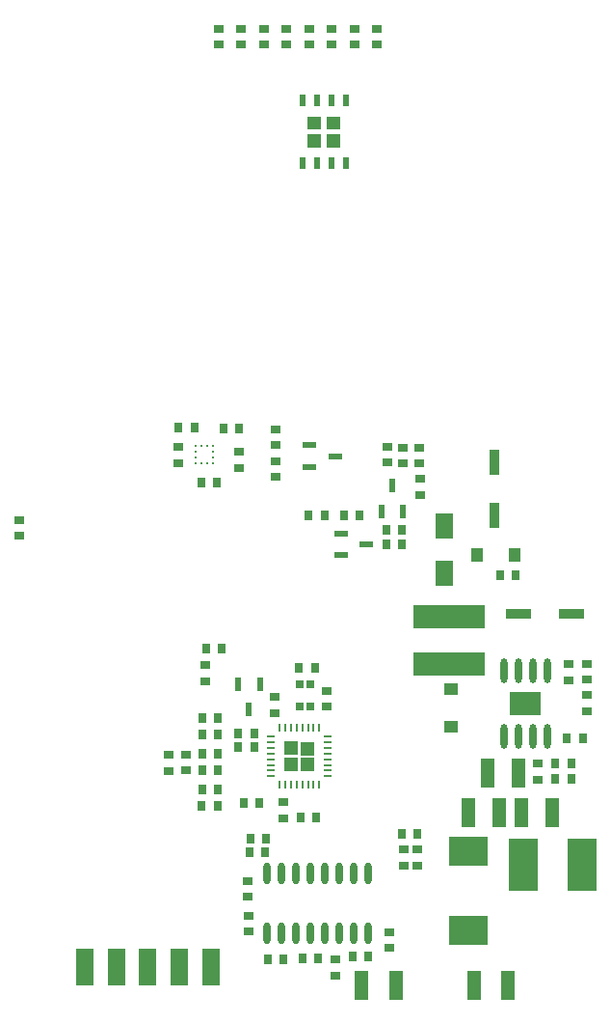
<source format=gtp>
G04*
G04 #@! TF.GenerationSoftware,Altium Limited,Altium Designer,21.0.8 (223)*
G04*
G04 Layer_Color=8421504*
%FSTAX24Y24*%
%MOIN*%
G70*
G04*
G04 #@! TF.SameCoordinates,D94166DE-144D-4B7D-845D-6ED18FE10B1D*
G04*
G04*
G04 #@! TF.FilePolarity,Positive*
G04*
G01*
G75*
%ADD22R,0.0471X0.0471*%
%ADD23R,0.0471X0.0471*%
%ADD24R,0.0472X0.1024*%
%ADD25R,0.0984X0.1811*%
%ADD26R,0.0335X0.0295*%
%ADD27R,0.0394X0.0472*%
%ADD28R,0.0315X0.0354*%
%ADD29R,0.0591X0.0866*%
%ADD30R,0.0906X0.0354*%
%ADD31O,0.0236X0.0748*%
%ADD32R,0.0098X0.0108*%
%ADD33R,0.0108X0.0098*%
%ADD34R,0.0600X0.1260*%
%ADD35R,0.1378X0.0984*%
%ADD36R,0.0472X0.0984*%
%ADD37R,0.2480X0.0846*%
%ADD38R,0.1063X0.0827*%
%ADD39O,0.0236X0.0846*%
%ADD40R,0.0110X0.0315*%
%ADD41R,0.0315X0.0110*%
%ADD42R,0.0295X0.0276*%
%ADD43R,0.0354X0.0315*%
%ADD44R,0.0201X0.0437*%
%ADD45R,0.0295X0.0335*%
%ADD46R,0.0453X0.0236*%
%ADD47R,0.0354X0.0906*%
%ADD48R,0.0236X0.0453*%
%ADD49R,0.0472X0.0394*%
G36*
X07184Y060311D02*
Y060755D01*
X072304D01*
Y060311D01*
X07184D01*
D02*
G37*
G36*
Y060933D02*
Y061377D01*
X072304D01*
Y060933D01*
X07184D01*
D02*
G37*
G36*
X072481Y060311D02*
Y060755D01*
X072946D01*
Y060311D01*
X072481D01*
D02*
G37*
G36*
Y060933D02*
Y061377D01*
X072946D01*
Y060933D01*
X072481D01*
D02*
G37*
D22*
X071272Y038996D02*
D03*
X071823Y039545D02*
D03*
D23*
X071821Y038995D02*
D03*
X071273Y039546D02*
D03*
D24*
X07922Y037322D02*
D03*
X080283D02*
D03*
X077392D02*
D03*
X078455D02*
D03*
X078054Y038705D02*
D03*
X079117D02*
D03*
D25*
X079283Y035543D02*
D03*
X08133D02*
D03*
D26*
X06829Y04187D02*
D03*
Y042421D02*
D03*
X075637Y036061D02*
D03*
Y035509D02*
D03*
X075145Y035509D02*
D03*
Y036061D02*
D03*
X069446Y049232D02*
D03*
Y049783D02*
D03*
X079785Y039027D02*
D03*
Y038476D02*
D03*
X061861Y046881D02*
D03*
Y047433D02*
D03*
X070731Y049469D02*
D03*
Y048918D02*
D03*
X074222Y063858D02*
D03*
Y064409D02*
D03*
X071097Y063858D02*
D03*
Y064409D02*
D03*
X07266Y063858D02*
D03*
Y064409D02*
D03*
X074672Y033204D02*
D03*
Y032653D02*
D03*
X069535Y063858D02*
D03*
Y064409D02*
D03*
X070995Y037128D02*
D03*
Y037679D02*
D03*
X070731Y050027D02*
D03*
Y050578D02*
D03*
X081499Y041917D02*
D03*
Y042468D02*
D03*
X081499Y040835D02*
D03*
Y041386D02*
D03*
D27*
X079Y04622D02*
D03*
X077699D02*
D03*
D28*
X075078Y03661D02*
D03*
X075629D02*
D03*
X079035Y045525D02*
D03*
X078483D02*
D03*
X074542Y047108D02*
D03*
X075094D02*
D03*
X080406Y038491D02*
D03*
X080958D02*
D03*
X071641Y032279D02*
D03*
X072192D02*
D03*
X07016Y037669D02*
D03*
X069609D02*
D03*
X06873Y038123D02*
D03*
X068179D02*
D03*
X068723Y037551D02*
D03*
X068172D02*
D03*
X070995Y032255D02*
D03*
X070444D02*
D03*
X071538Y042326D02*
D03*
X07209D02*
D03*
X068178Y040043D02*
D03*
X068729D02*
D03*
X068913Y050604D02*
D03*
X069464D02*
D03*
X067363Y050614D02*
D03*
X067914D02*
D03*
X068731Y040598D02*
D03*
X06818D02*
D03*
D29*
X076568Y04559D02*
D03*
Y047244D02*
D03*
D30*
X080948Y0442D02*
D03*
X079137D02*
D03*
D31*
X073937Y035215D02*
D03*
X073437D02*
D03*
X072937D02*
D03*
X072437D02*
D03*
X071937D02*
D03*
X071437D02*
D03*
X070937D02*
D03*
X070437D02*
D03*
X073937Y033168D02*
D03*
X073437D02*
D03*
X072937D02*
D03*
X072437D02*
D03*
X071937D02*
D03*
X071437D02*
D03*
X070937D02*
D03*
X070437D02*
D03*
D32*
X068366Y049394D02*
D03*
X06817D02*
D03*
Y049994D02*
D03*
X068366D02*
D03*
D33*
X067968Y049398D02*
D03*
Y049595D02*
D03*
Y049792D02*
D03*
Y049989D02*
D03*
X068568D02*
D03*
Y049792D02*
D03*
Y049595D02*
D03*
Y049398D02*
D03*
D34*
X068485Y031993D02*
D03*
X067394D02*
D03*
X066303D02*
D03*
X065213D02*
D03*
X064122D02*
D03*
D35*
X077381Y033251D02*
D03*
Y036007D02*
D03*
D36*
X074874Y031363D02*
D03*
X073693D02*
D03*
X078764D02*
D03*
X077583D02*
D03*
D37*
X076712Y042467D02*
D03*
Y0441D02*
D03*
D38*
X079367Y041085D02*
D03*
D39*
X078618Y039953D02*
D03*
X079117D02*
D03*
X079618D02*
D03*
X080118D02*
D03*
X078618Y042216D02*
D03*
X079117D02*
D03*
X079618D02*
D03*
X080118D02*
D03*
D40*
X070857Y040255D02*
D03*
X071054D02*
D03*
X071251D02*
D03*
X071448D02*
D03*
X071645D02*
D03*
X071841D02*
D03*
X072038D02*
D03*
X072235D02*
D03*
Y038287D02*
D03*
X072038D02*
D03*
X071841D02*
D03*
X071645D02*
D03*
X071448D02*
D03*
X071251D02*
D03*
X071054D02*
D03*
X070857D02*
D03*
D41*
X072531Y03996D02*
D03*
Y039763D02*
D03*
Y039566D02*
D03*
Y03937D02*
D03*
Y039173D02*
D03*
Y038976D02*
D03*
Y038779D02*
D03*
Y038582D02*
D03*
X070562D02*
D03*
Y038779D02*
D03*
Y038976D02*
D03*
Y039173D02*
D03*
Y03937D02*
D03*
Y039566D02*
D03*
Y039763D02*
D03*
Y03996D02*
D03*
D42*
X071936Y040983D02*
D03*
Y041751D02*
D03*
X071542D02*
D03*
Y040983D02*
D03*
D43*
X073444Y064409D02*
D03*
Y063858D02*
D03*
X07572Y048297D02*
D03*
Y048848D02*
D03*
X075698Y049931D02*
D03*
Y049379D02*
D03*
X072779Y031704D02*
D03*
Y032255D02*
D03*
X075137Y049393D02*
D03*
Y049944D02*
D03*
X069783Y033227D02*
D03*
Y033778D02*
D03*
X071881Y063858D02*
D03*
Y064409D02*
D03*
X070319Y063858D02*
D03*
Y064409D02*
D03*
X069747Y034425D02*
D03*
Y034976D02*
D03*
X068756Y063858D02*
D03*
Y064409D02*
D03*
X067023Y038778D02*
D03*
Y039329D02*
D03*
X067613Y039339D02*
D03*
Y038788D02*
D03*
X070684Y040768D02*
D03*
Y041319D02*
D03*
X072495Y040992D02*
D03*
Y041543D02*
D03*
X074576Y04997D02*
D03*
Y049419D02*
D03*
X080859Y041905D02*
D03*
Y042456D02*
D03*
X067363Y04996D02*
D03*
Y049409D02*
D03*
D44*
X073143Y059761D02*
D03*
X072643D02*
D03*
X072143D02*
D03*
X071643D02*
D03*
X072643Y061927D02*
D03*
X073143D02*
D03*
X072143D02*
D03*
X071643D02*
D03*
D45*
X081342Y039896D02*
D03*
X08079D02*
D03*
X072414Y0476D02*
D03*
X071863D02*
D03*
X073631Y047592D02*
D03*
X07308D02*
D03*
X068865Y042988D02*
D03*
X068314D02*
D03*
X072129Y037165D02*
D03*
X071578D02*
D03*
X073381Y032346D02*
D03*
X073932D02*
D03*
X080958Y039027D02*
D03*
X080406D02*
D03*
X070397Y03644D02*
D03*
X069846D02*
D03*
X069814Y035952D02*
D03*
X070365D02*
D03*
X068151Y048724D02*
D03*
X068702D02*
D03*
X069425Y039582D02*
D03*
X069976D02*
D03*
X069979Y040055D02*
D03*
X069428D02*
D03*
X068178Y039353D02*
D03*
X068729D02*
D03*
X068179Y038779D02*
D03*
X06873D02*
D03*
X075094Y04658D02*
D03*
X074542D02*
D03*
D46*
X073871Y046592D02*
D03*
X072985Y046218D02*
D03*
Y046966D02*
D03*
X072783Y049643D02*
D03*
X071897Y049269D02*
D03*
Y050017D02*
D03*
D47*
X078288Y049421D02*
D03*
Y04761D02*
D03*
D48*
X069806Y040887D02*
D03*
X069432Y041773D02*
D03*
X07018D02*
D03*
X074765Y048625D02*
D03*
X075139Y04774D02*
D03*
X074391D02*
D03*
D49*
X076798Y041585D02*
D03*
Y040284D02*
D03*
M02*

</source>
